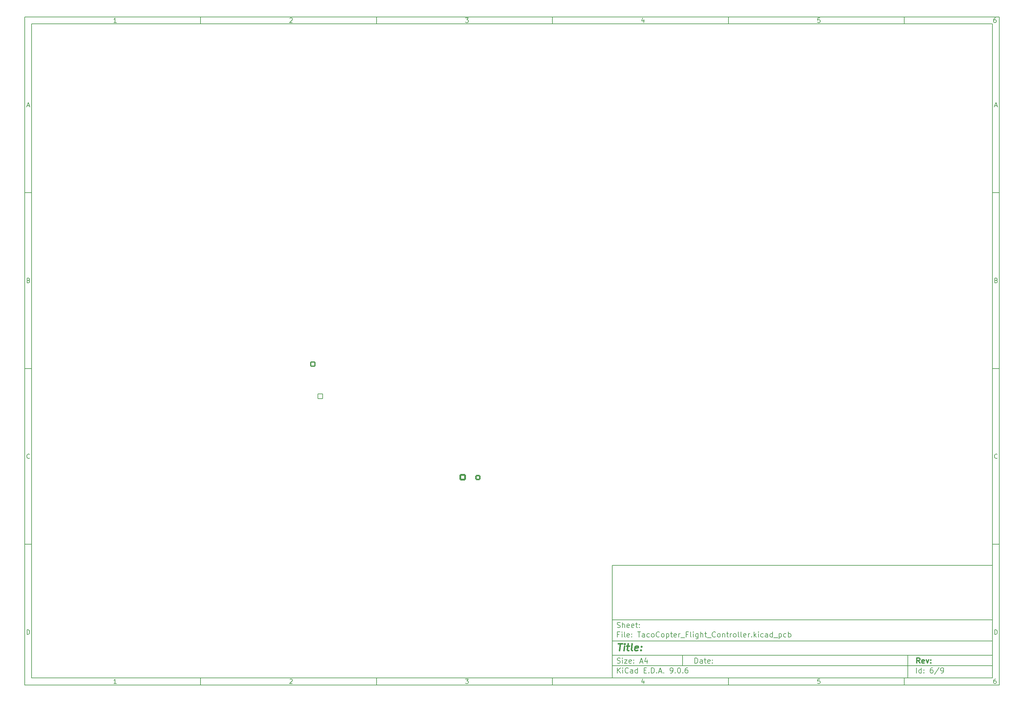
<source format=gbo>
%TF.GenerationSoftware,KiCad,Pcbnew,9.0.6*%
%TF.CreationDate,2025-12-23T20:00:03-05:00*%
%TF.ProjectId,TacoCopter_Flight_Controller,5461636f-436f-4707-9465-725f466c6967,rev?*%
%TF.SameCoordinates,Original*%
%TF.FileFunction,Legend,Bot*%
%TF.FilePolarity,Positive*%
%FSLAX46Y46*%
G04 Gerber Fmt 4.6, Leading zero omitted, Abs format (unit mm)*
G04 Created by KiCad (PCBNEW 9.0.6) date 2025-12-23 20:00:03*
%MOMM*%
%LPD*%
G01*
G04 APERTURE LIST*
G04 Aperture macros list*
%AMRoundRect*
0 Rectangle with rounded corners*
0 $1 Rounding radius*
0 $2 $3 $4 $5 $6 $7 $8 $9 X,Y pos of 4 corners*
0 Add a 4 corners polygon primitive as box body*
4,1,4,$2,$3,$4,$5,$6,$7,$8,$9,$2,$3,0*
0 Add four circle primitives for the rounded corners*
1,1,$1+$1,$2,$3*
1,1,$1+$1,$4,$5*
1,1,$1+$1,$6,$7*
1,1,$1+$1,$8,$9*
0 Add four rect primitives between the rounded corners*
20,1,$1+$1,$2,$3,$4,$5,0*
20,1,$1+$1,$4,$5,$6,$7,0*
20,1,$1+$1,$6,$7,$8,$9,0*
20,1,$1+$1,$8,$9,$2,$3,0*%
%AMFreePoly0*
4,1,37,0.000000,0.796148,0.078414,0.796148,0.232228,0.765552,0.377117,0.705537,0.507515,0.618408,0.618408,0.507515,0.705537,0.377117,0.765552,0.232228,0.796148,0.078414,0.796148,-0.078414,0.765552,-0.232228,0.705537,-0.377117,0.618408,-0.507515,0.507515,-0.618408,0.377117,-0.705537,0.232228,-0.765552,0.078414,-0.796148,0.000000,-0.796148,0.000000,-0.800000,-0.600000,-0.800000,
-0.603843,-0.796157,-0.639018,-0.796157,-0.711114,-0.766294,-0.766294,-0.711114,-0.796157,-0.639018,-0.796157,-0.603843,-0.800000,-0.600000,-0.800000,0.600000,-0.796157,0.603843,-0.796157,0.639018,-0.766294,0.711114,-0.711114,0.766294,-0.639018,0.796157,-0.603843,0.796157,-0.600000,0.800000,0.000000,0.800000,0.000000,0.796148,0.000000,0.796148,$1*%
%AMFreePoly1*
4,1,37,0.603843,0.796157,0.639018,0.796157,0.711114,0.766294,0.766294,0.711114,0.796157,0.639018,0.796157,0.603843,0.800000,0.600000,0.800000,-0.600000,0.796157,-0.603843,0.796157,-0.639018,0.766294,-0.711114,0.711114,-0.766294,0.639018,-0.796157,0.603843,-0.796157,0.600000,-0.800000,0.000000,-0.800000,0.000000,-0.796148,-0.078414,-0.796148,-0.232228,-0.765552,-0.377117,-0.705537,
-0.507515,-0.618408,-0.618408,-0.507515,-0.705537,-0.377117,-0.765552,-0.232228,-0.796148,-0.078414,-0.796148,0.078414,-0.765552,0.232228,-0.705537,0.377117,-0.618408,0.507515,-0.507515,0.618408,-0.377117,0.705537,-0.232228,0.765552,-0.078414,0.796148,0.000000,0.796148,0.000000,0.800000,0.600000,0.800000,0.603843,0.796157,0.603843,0.796157,$1*%
G04 Aperture macros list end*
%ADD10C,0.100000*%
%ADD11C,0.150000*%
%ADD12C,0.300000*%
%ADD13C,0.400000*%
%ADD14R,1.700000X1.700000*%
%ADD15C,1.700000*%
%ADD16C,1.600000*%
%ADD17FreePoly0,90.000000*%
%ADD18FreePoly1,90.000000*%
%ADD19RoundRect,0.200000X0.600000X-0.600000X0.600000X0.600000X-0.600000X0.600000X-0.600000X-0.600000X0*%
%ADD20C,2.200000*%
%ADD21C,1.850000*%
%ADD22RoundRect,0.250000X-0.550000X-0.550000X0.550000X-0.550000X0.550000X0.550000X-0.550000X0.550000X0*%
%ADD23RoundRect,0.102000X-0.685000X0.685000X-0.685000X-0.685000X0.685000X-0.685000X0.685000X0.685000X0*%
%ADD24C,1.574000*%
%ADD25RoundRect,0.250000X-0.650000X0.650000X-0.650000X-0.650000X0.650000X-0.650000X0.650000X0.650000X0*%
%ADD26C,1.800000*%
%ADD27R,1.800000X1.800000*%
G04 APERTURE END LIST*
D10*
D11*
X177002200Y-166007200D02*
X285002200Y-166007200D01*
X285002200Y-198007200D01*
X177002200Y-198007200D01*
X177002200Y-166007200D01*
D10*
D11*
X10000000Y-10000000D02*
X287002200Y-10000000D01*
X287002200Y-200007200D01*
X10000000Y-200007200D01*
X10000000Y-10000000D01*
D10*
D11*
X12000000Y-12000000D02*
X285002200Y-12000000D01*
X285002200Y-198007200D01*
X12000000Y-198007200D01*
X12000000Y-12000000D01*
D10*
D11*
X60000000Y-12000000D02*
X60000000Y-10000000D01*
D10*
D11*
X110000000Y-12000000D02*
X110000000Y-10000000D01*
D10*
D11*
X160000000Y-12000000D02*
X160000000Y-10000000D01*
D10*
D11*
X210000000Y-12000000D02*
X210000000Y-10000000D01*
D10*
D11*
X260000000Y-12000000D02*
X260000000Y-10000000D01*
D10*
D11*
X36089160Y-11593604D02*
X35346303Y-11593604D01*
X35717731Y-11593604D02*
X35717731Y-10293604D01*
X35717731Y-10293604D02*
X35593922Y-10479319D01*
X35593922Y-10479319D02*
X35470112Y-10603128D01*
X35470112Y-10603128D02*
X35346303Y-10665033D01*
D10*
D11*
X85346303Y-10417414D02*
X85408207Y-10355509D01*
X85408207Y-10355509D02*
X85532017Y-10293604D01*
X85532017Y-10293604D02*
X85841541Y-10293604D01*
X85841541Y-10293604D02*
X85965350Y-10355509D01*
X85965350Y-10355509D02*
X86027255Y-10417414D01*
X86027255Y-10417414D02*
X86089160Y-10541223D01*
X86089160Y-10541223D02*
X86089160Y-10665033D01*
X86089160Y-10665033D02*
X86027255Y-10850747D01*
X86027255Y-10850747D02*
X85284398Y-11593604D01*
X85284398Y-11593604D02*
X86089160Y-11593604D01*
D10*
D11*
X135284398Y-10293604D02*
X136089160Y-10293604D01*
X136089160Y-10293604D02*
X135655826Y-10788842D01*
X135655826Y-10788842D02*
X135841541Y-10788842D01*
X135841541Y-10788842D02*
X135965350Y-10850747D01*
X135965350Y-10850747D02*
X136027255Y-10912652D01*
X136027255Y-10912652D02*
X136089160Y-11036461D01*
X136089160Y-11036461D02*
X136089160Y-11345985D01*
X136089160Y-11345985D02*
X136027255Y-11469795D01*
X136027255Y-11469795D02*
X135965350Y-11531700D01*
X135965350Y-11531700D02*
X135841541Y-11593604D01*
X135841541Y-11593604D02*
X135470112Y-11593604D01*
X135470112Y-11593604D02*
X135346303Y-11531700D01*
X135346303Y-11531700D02*
X135284398Y-11469795D01*
D10*
D11*
X185965350Y-10726938D02*
X185965350Y-11593604D01*
X185655826Y-10231700D02*
X185346303Y-11160271D01*
X185346303Y-11160271D02*
X186151064Y-11160271D01*
D10*
D11*
X236027255Y-10293604D02*
X235408207Y-10293604D01*
X235408207Y-10293604D02*
X235346303Y-10912652D01*
X235346303Y-10912652D02*
X235408207Y-10850747D01*
X235408207Y-10850747D02*
X235532017Y-10788842D01*
X235532017Y-10788842D02*
X235841541Y-10788842D01*
X235841541Y-10788842D02*
X235965350Y-10850747D01*
X235965350Y-10850747D02*
X236027255Y-10912652D01*
X236027255Y-10912652D02*
X236089160Y-11036461D01*
X236089160Y-11036461D02*
X236089160Y-11345985D01*
X236089160Y-11345985D02*
X236027255Y-11469795D01*
X236027255Y-11469795D02*
X235965350Y-11531700D01*
X235965350Y-11531700D02*
X235841541Y-11593604D01*
X235841541Y-11593604D02*
X235532017Y-11593604D01*
X235532017Y-11593604D02*
X235408207Y-11531700D01*
X235408207Y-11531700D02*
X235346303Y-11469795D01*
D10*
D11*
X285965350Y-10293604D02*
X285717731Y-10293604D01*
X285717731Y-10293604D02*
X285593922Y-10355509D01*
X285593922Y-10355509D02*
X285532017Y-10417414D01*
X285532017Y-10417414D02*
X285408207Y-10603128D01*
X285408207Y-10603128D02*
X285346303Y-10850747D01*
X285346303Y-10850747D02*
X285346303Y-11345985D01*
X285346303Y-11345985D02*
X285408207Y-11469795D01*
X285408207Y-11469795D02*
X285470112Y-11531700D01*
X285470112Y-11531700D02*
X285593922Y-11593604D01*
X285593922Y-11593604D02*
X285841541Y-11593604D01*
X285841541Y-11593604D02*
X285965350Y-11531700D01*
X285965350Y-11531700D02*
X286027255Y-11469795D01*
X286027255Y-11469795D02*
X286089160Y-11345985D01*
X286089160Y-11345985D02*
X286089160Y-11036461D01*
X286089160Y-11036461D02*
X286027255Y-10912652D01*
X286027255Y-10912652D02*
X285965350Y-10850747D01*
X285965350Y-10850747D02*
X285841541Y-10788842D01*
X285841541Y-10788842D02*
X285593922Y-10788842D01*
X285593922Y-10788842D02*
X285470112Y-10850747D01*
X285470112Y-10850747D02*
X285408207Y-10912652D01*
X285408207Y-10912652D02*
X285346303Y-11036461D01*
D10*
D11*
X60000000Y-198007200D02*
X60000000Y-200007200D01*
D10*
D11*
X110000000Y-198007200D02*
X110000000Y-200007200D01*
D10*
D11*
X160000000Y-198007200D02*
X160000000Y-200007200D01*
D10*
D11*
X210000000Y-198007200D02*
X210000000Y-200007200D01*
D10*
D11*
X260000000Y-198007200D02*
X260000000Y-200007200D01*
D10*
D11*
X36089160Y-199600804D02*
X35346303Y-199600804D01*
X35717731Y-199600804D02*
X35717731Y-198300804D01*
X35717731Y-198300804D02*
X35593922Y-198486519D01*
X35593922Y-198486519D02*
X35470112Y-198610328D01*
X35470112Y-198610328D02*
X35346303Y-198672233D01*
D10*
D11*
X85346303Y-198424614D02*
X85408207Y-198362709D01*
X85408207Y-198362709D02*
X85532017Y-198300804D01*
X85532017Y-198300804D02*
X85841541Y-198300804D01*
X85841541Y-198300804D02*
X85965350Y-198362709D01*
X85965350Y-198362709D02*
X86027255Y-198424614D01*
X86027255Y-198424614D02*
X86089160Y-198548423D01*
X86089160Y-198548423D02*
X86089160Y-198672233D01*
X86089160Y-198672233D02*
X86027255Y-198857947D01*
X86027255Y-198857947D02*
X85284398Y-199600804D01*
X85284398Y-199600804D02*
X86089160Y-199600804D01*
D10*
D11*
X135284398Y-198300804D02*
X136089160Y-198300804D01*
X136089160Y-198300804D02*
X135655826Y-198796042D01*
X135655826Y-198796042D02*
X135841541Y-198796042D01*
X135841541Y-198796042D02*
X135965350Y-198857947D01*
X135965350Y-198857947D02*
X136027255Y-198919852D01*
X136027255Y-198919852D02*
X136089160Y-199043661D01*
X136089160Y-199043661D02*
X136089160Y-199353185D01*
X136089160Y-199353185D02*
X136027255Y-199476995D01*
X136027255Y-199476995D02*
X135965350Y-199538900D01*
X135965350Y-199538900D02*
X135841541Y-199600804D01*
X135841541Y-199600804D02*
X135470112Y-199600804D01*
X135470112Y-199600804D02*
X135346303Y-199538900D01*
X135346303Y-199538900D02*
X135284398Y-199476995D01*
D10*
D11*
X185965350Y-198734138D02*
X185965350Y-199600804D01*
X185655826Y-198238900D02*
X185346303Y-199167471D01*
X185346303Y-199167471D02*
X186151064Y-199167471D01*
D10*
D11*
X236027255Y-198300804D02*
X235408207Y-198300804D01*
X235408207Y-198300804D02*
X235346303Y-198919852D01*
X235346303Y-198919852D02*
X235408207Y-198857947D01*
X235408207Y-198857947D02*
X235532017Y-198796042D01*
X235532017Y-198796042D02*
X235841541Y-198796042D01*
X235841541Y-198796042D02*
X235965350Y-198857947D01*
X235965350Y-198857947D02*
X236027255Y-198919852D01*
X236027255Y-198919852D02*
X236089160Y-199043661D01*
X236089160Y-199043661D02*
X236089160Y-199353185D01*
X236089160Y-199353185D02*
X236027255Y-199476995D01*
X236027255Y-199476995D02*
X235965350Y-199538900D01*
X235965350Y-199538900D02*
X235841541Y-199600804D01*
X235841541Y-199600804D02*
X235532017Y-199600804D01*
X235532017Y-199600804D02*
X235408207Y-199538900D01*
X235408207Y-199538900D02*
X235346303Y-199476995D01*
D10*
D11*
X285965350Y-198300804D02*
X285717731Y-198300804D01*
X285717731Y-198300804D02*
X285593922Y-198362709D01*
X285593922Y-198362709D02*
X285532017Y-198424614D01*
X285532017Y-198424614D02*
X285408207Y-198610328D01*
X285408207Y-198610328D02*
X285346303Y-198857947D01*
X285346303Y-198857947D02*
X285346303Y-199353185D01*
X285346303Y-199353185D02*
X285408207Y-199476995D01*
X285408207Y-199476995D02*
X285470112Y-199538900D01*
X285470112Y-199538900D02*
X285593922Y-199600804D01*
X285593922Y-199600804D02*
X285841541Y-199600804D01*
X285841541Y-199600804D02*
X285965350Y-199538900D01*
X285965350Y-199538900D02*
X286027255Y-199476995D01*
X286027255Y-199476995D02*
X286089160Y-199353185D01*
X286089160Y-199353185D02*
X286089160Y-199043661D01*
X286089160Y-199043661D02*
X286027255Y-198919852D01*
X286027255Y-198919852D02*
X285965350Y-198857947D01*
X285965350Y-198857947D02*
X285841541Y-198796042D01*
X285841541Y-198796042D02*
X285593922Y-198796042D01*
X285593922Y-198796042D02*
X285470112Y-198857947D01*
X285470112Y-198857947D02*
X285408207Y-198919852D01*
X285408207Y-198919852D02*
X285346303Y-199043661D01*
D10*
D11*
X10000000Y-60000000D02*
X12000000Y-60000000D01*
D10*
D11*
X10000000Y-110000000D02*
X12000000Y-110000000D01*
D10*
D11*
X10000000Y-160000000D02*
X12000000Y-160000000D01*
D10*
D11*
X10690476Y-35222176D02*
X11309523Y-35222176D01*
X10566666Y-35593604D02*
X10999999Y-34293604D01*
X10999999Y-34293604D02*
X11433333Y-35593604D01*
D10*
D11*
X11092857Y-84912652D02*
X11278571Y-84974557D01*
X11278571Y-84974557D02*
X11340476Y-85036461D01*
X11340476Y-85036461D02*
X11402380Y-85160271D01*
X11402380Y-85160271D02*
X11402380Y-85345985D01*
X11402380Y-85345985D02*
X11340476Y-85469795D01*
X11340476Y-85469795D02*
X11278571Y-85531700D01*
X11278571Y-85531700D02*
X11154761Y-85593604D01*
X11154761Y-85593604D02*
X10659523Y-85593604D01*
X10659523Y-85593604D02*
X10659523Y-84293604D01*
X10659523Y-84293604D02*
X11092857Y-84293604D01*
X11092857Y-84293604D02*
X11216666Y-84355509D01*
X11216666Y-84355509D02*
X11278571Y-84417414D01*
X11278571Y-84417414D02*
X11340476Y-84541223D01*
X11340476Y-84541223D02*
X11340476Y-84665033D01*
X11340476Y-84665033D02*
X11278571Y-84788842D01*
X11278571Y-84788842D02*
X11216666Y-84850747D01*
X11216666Y-84850747D02*
X11092857Y-84912652D01*
X11092857Y-84912652D02*
X10659523Y-84912652D01*
D10*
D11*
X11402380Y-135469795D02*
X11340476Y-135531700D01*
X11340476Y-135531700D02*
X11154761Y-135593604D01*
X11154761Y-135593604D02*
X11030952Y-135593604D01*
X11030952Y-135593604D02*
X10845238Y-135531700D01*
X10845238Y-135531700D02*
X10721428Y-135407890D01*
X10721428Y-135407890D02*
X10659523Y-135284080D01*
X10659523Y-135284080D02*
X10597619Y-135036461D01*
X10597619Y-135036461D02*
X10597619Y-134850747D01*
X10597619Y-134850747D02*
X10659523Y-134603128D01*
X10659523Y-134603128D02*
X10721428Y-134479319D01*
X10721428Y-134479319D02*
X10845238Y-134355509D01*
X10845238Y-134355509D02*
X11030952Y-134293604D01*
X11030952Y-134293604D02*
X11154761Y-134293604D01*
X11154761Y-134293604D02*
X11340476Y-134355509D01*
X11340476Y-134355509D02*
X11402380Y-134417414D01*
D10*
D11*
X10659523Y-185593604D02*
X10659523Y-184293604D01*
X10659523Y-184293604D02*
X10969047Y-184293604D01*
X10969047Y-184293604D02*
X11154761Y-184355509D01*
X11154761Y-184355509D02*
X11278571Y-184479319D01*
X11278571Y-184479319D02*
X11340476Y-184603128D01*
X11340476Y-184603128D02*
X11402380Y-184850747D01*
X11402380Y-184850747D02*
X11402380Y-185036461D01*
X11402380Y-185036461D02*
X11340476Y-185284080D01*
X11340476Y-185284080D02*
X11278571Y-185407890D01*
X11278571Y-185407890D02*
X11154761Y-185531700D01*
X11154761Y-185531700D02*
X10969047Y-185593604D01*
X10969047Y-185593604D02*
X10659523Y-185593604D01*
D10*
D11*
X287002200Y-60000000D02*
X285002200Y-60000000D01*
D10*
D11*
X287002200Y-110000000D02*
X285002200Y-110000000D01*
D10*
D11*
X287002200Y-160000000D02*
X285002200Y-160000000D01*
D10*
D11*
X285692676Y-35222176D02*
X286311723Y-35222176D01*
X285568866Y-35593604D02*
X286002199Y-34293604D01*
X286002199Y-34293604D02*
X286435533Y-35593604D01*
D10*
D11*
X286095057Y-84912652D02*
X286280771Y-84974557D01*
X286280771Y-84974557D02*
X286342676Y-85036461D01*
X286342676Y-85036461D02*
X286404580Y-85160271D01*
X286404580Y-85160271D02*
X286404580Y-85345985D01*
X286404580Y-85345985D02*
X286342676Y-85469795D01*
X286342676Y-85469795D02*
X286280771Y-85531700D01*
X286280771Y-85531700D02*
X286156961Y-85593604D01*
X286156961Y-85593604D02*
X285661723Y-85593604D01*
X285661723Y-85593604D02*
X285661723Y-84293604D01*
X285661723Y-84293604D02*
X286095057Y-84293604D01*
X286095057Y-84293604D02*
X286218866Y-84355509D01*
X286218866Y-84355509D02*
X286280771Y-84417414D01*
X286280771Y-84417414D02*
X286342676Y-84541223D01*
X286342676Y-84541223D02*
X286342676Y-84665033D01*
X286342676Y-84665033D02*
X286280771Y-84788842D01*
X286280771Y-84788842D02*
X286218866Y-84850747D01*
X286218866Y-84850747D02*
X286095057Y-84912652D01*
X286095057Y-84912652D02*
X285661723Y-84912652D01*
D10*
D11*
X286404580Y-135469795D02*
X286342676Y-135531700D01*
X286342676Y-135531700D02*
X286156961Y-135593604D01*
X286156961Y-135593604D02*
X286033152Y-135593604D01*
X286033152Y-135593604D02*
X285847438Y-135531700D01*
X285847438Y-135531700D02*
X285723628Y-135407890D01*
X285723628Y-135407890D02*
X285661723Y-135284080D01*
X285661723Y-135284080D02*
X285599819Y-135036461D01*
X285599819Y-135036461D02*
X285599819Y-134850747D01*
X285599819Y-134850747D02*
X285661723Y-134603128D01*
X285661723Y-134603128D02*
X285723628Y-134479319D01*
X285723628Y-134479319D02*
X285847438Y-134355509D01*
X285847438Y-134355509D02*
X286033152Y-134293604D01*
X286033152Y-134293604D02*
X286156961Y-134293604D01*
X286156961Y-134293604D02*
X286342676Y-134355509D01*
X286342676Y-134355509D02*
X286404580Y-134417414D01*
D10*
D11*
X285661723Y-185593604D02*
X285661723Y-184293604D01*
X285661723Y-184293604D02*
X285971247Y-184293604D01*
X285971247Y-184293604D02*
X286156961Y-184355509D01*
X286156961Y-184355509D02*
X286280771Y-184479319D01*
X286280771Y-184479319D02*
X286342676Y-184603128D01*
X286342676Y-184603128D02*
X286404580Y-184850747D01*
X286404580Y-184850747D02*
X286404580Y-185036461D01*
X286404580Y-185036461D02*
X286342676Y-185284080D01*
X286342676Y-185284080D02*
X286280771Y-185407890D01*
X286280771Y-185407890D02*
X286156961Y-185531700D01*
X286156961Y-185531700D02*
X285971247Y-185593604D01*
X285971247Y-185593604D02*
X285661723Y-185593604D01*
D10*
D11*
X200458026Y-193793328D02*
X200458026Y-192293328D01*
X200458026Y-192293328D02*
X200815169Y-192293328D01*
X200815169Y-192293328D02*
X201029455Y-192364757D01*
X201029455Y-192364757D02*
X201172312Y-192507614D01*
X201172312Y-192507614D02*
X201243741Y-192650471D01*
X201243741Y-192650471D02*
X201315169Y-192936185D01*
X201315169Y-192936185D02*
X201315169Y-193150471D01*
X201315169Y-193150471D02*
X201243741Y-193436185D01*
X201243741Y-193436185D02*
X201172312Y-193579042D01*
X201172312Y-193579042D02*
X201029455Y-193721900D01*
X201029455Y-193721900D02*
X200815169Y-193793328D01*
X200815169Y-193793328D02*
X200458026Y-193793328D01*
X202600884Y-193793328D02*
X202600884Y-193007614D01*
X202600884Y-193007614D02*
X202529455Y-192864757D01*
X202529455Y-192864757D02*
X202386598Y-192793328D01*
X202386598Y-192793328D02*
X202100884Y-192793328D01*
X202100884Y-192793328D02*
X201958026Y-192864757D01*
X202600884Y-193721900D02*
X202458026Y-193793328D01*
X202458026Y-193793328D02*
X202100884Y-193793328D01*
X202100884Y-193793328D02*
X201958026Y-193721900D01*
X201958026Y-193721900D02*
X201886598Y-193579042D01*
X201886598Y-193579042D02*
X201886598Y-193436185D01*
X201886598Y-193436185D02*
X201958026Y-193293328D01*
X201958026Y-193293328D02*
X202100884Y-193221900D01*
X202100884Y-193221900D02*
X202458026Y-193221900D01*
X202458026Y-193221900D02*
X202600884Y-193150471D01*
X203100884Y-192793328D02*
X203672312Y-192793328D01*
X203315169Y-192293328D02*
X203315169Y-193579042D01*
X203315169Y-193579042D02*
X203386598Y-193721900D01*
X203386598Y-193721900D02*
X203529455Y-193793328D01*
X203529455Y-193793328D02*
X203672312Y-193793328D01*
X204743741Y-193721900D02*
X204600884Y-193793328D01*
X204600884Y-193793328D02*
X204315170Y-193793328D01*
X204315170Y-193793328D02*
X204172312Y-193721900D01*
X204172312Y-193721900D02*
X204100884Y-193579042D01*
X204100884Y-193579042D02*
X204100884Y-193007614D01*
X204100884Y-193007614D02*
X204172312Y-192864757D01*
X204172312Y-192864757D02*
X204315170Y-192793328D01*
X204315170Y-192793328D02*
X204600884Y-192793328D01*
X204600884Y-192793328D02*
X204743741Y-192864757D01*
X204743741Y-192864757D02*
X204815170Y-193007614D01*
X204815170Y-193007614D02*
X204815170Y-193150471D01*
X204815170Y-193150471D02*
X204100884Y-193293328D01*
X205458026Y-193650471D02*
X205529455Y-193721900D01*
X205529455Y-193721900D02*
X205458026Y-193793328D01*
X205458026Y-193793328D02*
X205386598Y-193721900D01*
X205386598Y-193721900D02*
X205458026Y-193650471D01*
X205458026Y-193650471D02*
X205458026Y-193793328D01*
X205458026Y-192864757D02*
X205529455Y-192936185D01*
X205529455Y-192936185D02*
X205458026Y-193007614D01*
X205458026Y-193007614D02*
X205386598Y-192936185D01*
X205386598Y-192936185D02*
X205458026Y-192864757D01*
X205458026Y-192864757D02*
X205458026Y-193007614D01*
D10*
D11*
X177002200Y-194507200D02*
X285002200Y-194507200D01*
D10*
D11*
X178458026Y-196593328D02*
X178458026Y-195093328D01*
X179315169Y-196593328D02*
X178672312Y-195736185D01*
X179315169Y-195093328D02*
X178458026Y-195950471D01*
X179958026Y-196593328D02*
X179958026Y-195593328D01*
X179958026Y-195093328D02*
X179886598Y-195164757D01*
X179886598Y-195164757D02*
X179958026Y-195236185D01*
X179958026Y-195236185D02*
X180029455Y-195164757D01*
X180029455Y-195164757D02*
X179958026Y-195093328D01*
X179958026Y-195093328D02*
X179958026Y-195236185D01*
X181529455Y-196450471D02*
X181458027Y-196521900D01*
X181458027Y-196521900D02*
X181243741Y-196593328D01*
X181243741Y-196593328D02*
X181100884Y-196593328D01*
X181100884Y-196593328D02*
X180886598Y-196521900D01*
X180886598Y-196521900D02*
X180743741Y-196379042D01*
X180743741Y-196379042D02*
X180672312Y-196236185D01*
X180672312Y-196236185D02*
X180600884Y-195950471D01*
X180600884Y-195950471D02*
X180600884Y-195736185D01*
X180600884Y-195736185D02*
X180672312Y-195450471D01*
X180672312Y-195450471D02*
X180743741Y-195307614D01*
X180743741Y-195307614D02*
X180886598Y-195164757D01*
X180886598Y-195164757D02*
X181100884Y-195093328D01*
X181100884Y-195093328D02*
X181243741Y-195093328D01*
X181243741Y-195093328D02*
X181458027Y-195164757D01*
X181458027Y-195164757D02*
X181529455Y-195236185D01*
X182815170Y-196593328D02*
X182815170Y-195807614D01*
X182815170Y-195807614D02*
X182743741Y-195664757D01*
X182743741Y-195664757D02*
X182600884Y-195593328D01*
X182600884Y-195593328D02*
X182315170Y-195593328D01*
X182315170Y-195593328D02*
X182172312Y-195664757D01*
X182815170Y-196521900D02*
X182672312Y-196593328D01*
X182672312Y-196593328D02*
X182315170Y-196593328D01*
X182315170Y-196593328D02*
X182172312Y-196521900D01*
X182172312Y-196521900D02*
X182100884Y-196379042D01*
X182100884Y-196379042D02*
X182100884Y-196236185D01*
X182100884Y-196236185D02*
X182172312Y-196093328D01*
X182172312Y-196093328D02*
X182315170Y-196021900D01*
X182315170Y-196021900D02*
X182672312Y-196021900D01*
X182672312Y-196021900D02*
X182815170Y-195950471D01*
X184172313Y-196593328D02*
X184172313Y-195093328D01*
X184172313Y-196521900D02*
X184029455Y-196593328D01*
X184029455Y-196593328D02*
X183743741Y-196593328D01*
X183743741Y-196593328D02*
X183600884Y-196521900D01*
X183600884Y-196521900D02*
X183529455Y-196450471D01*
X183529455Y-196450471D02*
X183458027Y-196307614D01*
X183458027Y-196307614D02*
X183458027Y-195879042D01*
X183458027Y-195879042D02*
X183529455Y-195736185D01*
X183529455Y-195736185D02*
X183600884Y-195664757D01*
X183600884Y-195664757D02*
X183743741Y-195593328D01*
X183743741Y-195593328D02*
X184029455Y-195593328D01*
X184029455Y-195593328D02*
X184172313Y-195664757D01*
X186029455Y-195807614D02*
X186529455Y-195807614D01*
X186743741Y-196593328D02*
X186029455Y-196593328D01*
X186029455Y-196593328D02*
X186029455Y-195093328D01*
X186029455Y-195093328D02*
X186743741Y-195093328D01*
X187386598Y-196450471D02*
X187458027Y-196521900D01*
X187458027Y-196521900D02*
X187386598Y-196593328D01*
X187386598Y-196593328D02*
X187315170Y-196521900D01*
X187315170Y-196521900D02*
X187386598Y-196450471D01*
X187386598Y-196450471D02*
X187386598Y-196593328D01*
X188100884Y-196593328D02*
X188100884Y-195093328D01*
X188100884Y-195093328D02*
X188458027Y-195093328D01*
X188458027Y-195093328D02*
X188672313Y-195164757D01*
X188672313Y-195164757D02*
X188815170Y-195307614D01*
X188815170Y-195307614D02*
X188886599Y-195450471D01*
X188886599Y-195450471D02*
X188958027Y-195736185D01*
X188958027Y-195736185D02*
X188958027Y-195950471D01*
X188958027Y-195950471D02*
X188886599Y-196236185D01*
X188886599Y-196236185D02*
X188815170Y-196379042D01*
X188815170Y-196379042D02*
X188672313Y-196521900D01*
X188672313Y-196521900D02*
X188458027Y-196593328D01*
X188458027Y-196593328D02*
X188100884Y-196593328D01*
X189600884Y-196450471D02*
X189672313Y-196521900D01*
X189672313Y-196521900D02*
X189600884Y-196593328D01*
X189600884Y-196593328D02*
X189529456Y-196521900D01*
X189529456Y-196521900D02*
X189600884Y-196450471D01*
X189600884Y-196450471D02*
X189600884Y-196593328D01*
X190243742Y-196164757D02*
X190958028Y-196164757D01*
X190100885Y-196593328D02*
X190600885Y-195093328D01*
X190600885Y-195093328D02*
X191100885Y-196593328D01*
X191600884Y-196450471D02*
X191672313Y-196521900D01*
X191672313Y-196521900D02*
X191600884Y-196593328D01*
X191600884Y-196593328D02*
X191529456Y-196521900D01*
X191529456Y-196521900D02*
X191600884Y-196450471D01*
X191600884Y-196450471D02*
X191600884Y-196593328D01*
X193529456Y-196593328D02*
X193815170Y-196593328D01*
X193815170Y-196593328D02*
X193958027Y-196521900D01*
X193958027Y-196521900D02*
X194029456Y-196450471D01*
X194029456Y-196450471D02*
X194172313Y-196236185D01*
X194172313Y-196236185D02*
X194243742Y-195950471D01*
X194243742Y-195950471D02*
X194243742Y-195379042D01*
X194243742Y-195379042D02*
X194172313Y-195236185D01*
X194172313Y-195236185D02*
X194100885Y-195164757D01*
X194100885Y-195164757D02*
X193958027Y-195093328D01*
X193958027Y-195093328D02*
X193672313Y-195093328D01*
X193672313Y-195093328D02*
X193529456Y-195164757D01*
X193529456Y-195164757D02*
X193458027Y-195236185D01*
X193458027Y-195236185D02*
X193386599Y-195379042D01*
X193386599Y-195379042D02*
X193386599Y-195736185D01*
X193386599Y-195736185D02*
X193458027Y-195879042D01*
X193458027Y-195879042D02*
X193529456Y-195950471D01*
X193529456Y-195950471D02*
X193672313Y-196021900D01*
X193672313Y-196021900D02*
X193958027Y-196021900D01*
X193958027Y-196021900D02*
X194100885Y-195950471D01*
X194100885Y-195950471D02*
X194172313Y-195879042D01*
X194172313Y-195879042D02*
X194243742Y-195736185D01*
X194886598Y-196450471D02*
X194958027Y-196521900D01*
X194958027Y-196521900D02*
X194886598Y-196593328D01*
X194886598Y-196593328D02*
X194815170Y-196521900D01*
X194815170Y-196521900D02*
X194886598Y-196450471D01*
X194886598Y-196450471D02*
X194886598Y-196593328D01*
X195886599Y-195093328D02*
X196029456Y-195093328D01*
X196029456Y-195093328D02*
X196172313Y-195164757D01*
X196172313Y-195164757D02*
X196243742Y-195236185D01*
X196243742Y-195236185D02*
X196315170Y-195379042D01*
X196315170Y-195379042D02*
X196386599Y-195664757D01*
X196386599Y-195664757D02*
X196386599Y-196021900D01*
X196386599Y-196021900D02*
X196315170Y-196307614D01*
X196315170Y-196307614D02*
X196243742Y-196450471D01*
X196243742Y-196450471D02*
X196172313Y-196521900D01*
X196172313Y-196521900D02*
X196029456Y-196593328D01*
X196029456Y-196593328D02*
X195886599Y-196593328D01*
X195886599Y-196593328D02*
X195743742Y-196521900D01*
X195743742Y-196521900D02*
X195672313Y-196450471D01*
X195672313Y-196450471D02*
X195600884Y-196307614D01*
X195600884Y-196307614D02*
X195529456Y-196021900D01*
X195529456Y-196021900D02*
X195529456Y-195664757D01*
X195529456Y-195664757D02*
X195600884Y-195379042D01*
X195600884Y-195379042D02*
X195672313Y-195236185D01*
X195672313Y-195236185D02*
X195743742Y-195164757D01*
X195743742Y-195164757D02*
X195886599Y-195093328D01*
X197029455Y-196450471D02*
X197100884Y-196521900D01*
X197100884Y-196521900D02*
X197029455Y-196593328D01*
X197029455Y-196593328D02*
X196958027Y-196521900D01*
X196958027Y-196521900D02*
X197029455Y-196450471D01*
X197029455Y-196450471D02*
X197029455Y-196593328D01*
X198386599Y-195093328D02*
X198100884Y-195093328D01*
X198100884Y-195093328D02*
X197958027Y-195164757D01*
X197958027Y-195164757D02*
X197886599Y-195236185D01*
X197886599Y-195236185D02*
X197743741Y-195450471D01*
X197743741Y-195450471D02*
X197672313Y-195736185D01*
X197672313Y-195736185D02*
X197672313Y-196307614D01*
X197672313Y-196307614D02*
X197743741Y-196450471D01*
X197743741Y-196450471D02*
X197815170Y-196521900D01*
X197815170Y-196521900D02*
X197958027Y-196593328D01*
X197958027Y-196593328D02*
X198243741Y-196593328D01*
X198243741Y-196593328D02*
X198386599Y-196521900D01*
X198386599Y-196521900D02*
X198458027Y-196450471D01*
X198458027Y-196450471D02*
X198529456Y-196307614D01*
X198529456Y-196307614D02*
X198529456Y-195950471D01*
X198529456Y-195950471D02*
X198458027Y-195807614D01*
X198458027Y-195807614D02*
X198386599Y-195736185D01*
X198386599Y-195736185D02*
X198243741Y-195664757D01*
X198243741Y-195664757D02*
X197958027Y-195664757D01*
X197958027Y-195664757D02*
X197815170Y-195736185D01*
X197815170Y-195736185D02*
X197743741Y-195807614D01*
X197743741Y-195807614D02*
X197672313Y-195950471D01*
D10*
D11*
X177002200Y-191507200D02*
X285002200Y-191507200D01*
D10*
D12*
X264413853Y-193785528D02*
X263913853Y-193071242D01*
X263556710Y-193785528D02*
X263556710Y-192285528D01*
X263556710Y-192285528D02*
X264128139Y-192285528D01*
X264128139Y-192285528D02*
X264270996Y-192356957D01*
X264270996Y-192356957D02*
X264342425Y-192428385D01*
X264342425Y-192428385D02*
X264413853Y-192571242D01*
X264413853Y-192571242D02*
X264413853Y-192785528D01*
X264413853Y-192785528D02*
X264342425Y-192928385D01*
X264342425Y-192928385D02*
X264270996Y-192999814D01*
X264270996Y-192999814D02*
X264128139Y-193071242D01*
X264128139Y-193071242D02*
X263556710Y-193071242D01*
X265628139Y-193714100D02*
X265485282Y-193785528D01*
X265485282Y-193785528D02*
X265199568Y-193785528D01*
X265199568Y-193785528D02*
X265056710Y-193714100D01*
X265056710Y-193714100D02*
X264985282Y-193571242D01*
X264985282Y-193571242D02*
X264985282Y-192999814D01*
X264985282Y-192999814D02*
X265056710Y-192856957D01*
X265056710Y-192856957D02*
X265199568Y-192785528D01*
X265199568Y-192785528D02*
X265485282Y-192785528D01*
X265485282Y-192785528D02*
X265628139Y-192856957D01*
X265628139Y-192856957D02*
X265699568Y-192999814D01*
X265699568Y-192999814D02*
X265699568Y-193142671D01*
X265699568Y-193142671D02*
X264985282Y-193285528D01*
X266199567Y-192785528D02*
X266556710Y-193785528D01*
X266556710Y-193785528D02*
X266913853Y-192785528D01*
X267485281Y-193642671D02*
X267556710Y-193714100D01*
X267556710Y-193714100D02*
X267485281Y-193785528D01*
X267485281Y-193785528D02*
X267413853Y-193714100D01*
X267413853Y-193714100D02*
X267485281Y-193642671D01*
X267485281Y-193642671D02*
X267485281Y-193785528D01*
X267485281Y-192856957D02*
X267556710Y-192928385D01*
X267556710Y-192928385D02*
X267485281Y-192999814D01*
X267485281Y-192999814D02*
X267413853Y-192928385D01*
X267413853Y-192928385D02*
X267485281Y-192856957D01*
X267485281Y-192856957D02*
X267485281Y-192999814D01*
D10*
D11*
X178386598Y-193721900D02*
X178600884Y-193793328D01*
X178600884Y-193793328D02*
X178958026Y-193793328D01*
X178958026Y-193793328D02*
X179100884Y-193721900D01*
X179100884Y-193721900D02*
X179172312Y-193650471D01*
X179172312Y-193650471D02*
X179243741Y-193507614D01*
X179243741Y-193507614D02*
X179243741Y-193364757D01*
X179243741Y-193364757D02*
X179172312Y-193221900D01*
X179172312Y-193221900D02*
X179100884Y-193150471D01*
X179100884Y-193150471D02*
X178958026Y-193079042D01*
X178958026Y-193079042D02*
X178672312Y-193007614D01*
X178672312Y-193007614D02*
X178529455Y-192936185D01*
X178529455Y-192936185D02*
X178458026Y-192864757D01*
X178458026Y-192864757D02*
X178386598Y-192721900D01*
X178386598Y-192721900D02*
X178386598Y-192579042D01*
X178386598Y-192579042D02*
X178458026Y-192436185D01*
X178458026Y-192436185D02*
X178529455Y-192364757D01*
X178529455Y-192364757D02*
X178672312Y-192293328D01*
X178672312Y-192293328D02*
X179029455Y-192293328D01*
X179029455Y-192293328D02*
X179243741Y-192364757D01*
X179886597Y-193793328D02*
X179886597Y-192793328D01*
X179886597Y-192293328D02*
X179815169Y-192364757D01*
X179815169Y-192364757D02*
X179886597Y-192436185D01*
X179886597Y-192436185D02*
X179958026Y-192364757D01*
X179958026Y-192364757D02*
X179886597Y-192293328D01*
X179886597Y-192293328D02*
X179886597Y-192436185D01*
X180458026Y-192793328D02*
X181243741Y-192793328D01*
X181243741Y-192793328D02*
X180458026Y-193793328D01*
X180458026Y-193793328D02*
X181243741Y-193793328D01*
X182386598Y-193721900D02*
X182243741Y-193793328D01*
X182243741Y-193793328D02*
X181958027Y-193793328D01*
X181958027Y-193793328D02*
X181815169Y-193721900D01*
X181815169Y-193721900D02*
X181743741Y-193579042D01*
X181743741Y-193579042D02*
X181743741Y-193007614D01*
X181743741Y-193007614D02*
X181815169Y-192864757D01*
X181815169Y-192864757D02*
X181958027Y-192793328D01*
X181958027Y-192793328D02*
X182243741Y-192793328D01*
X182243741Y-192793328D02*
X182386598Y-192864757D01*
X182386598Y-192864757D02*
X182458027Y-193007614D01*
X182458027Y-193007614D02*
X182458027Y-193150471D01*
X182458027Y-193150471D02*
X181743741Y-193293328D01*
X183100883Y-193650471D02*
X183172312Y-193721900D01*
X183172312Y-193721900D02*
X183100883Y-193793328D01*
X183100883Y-193793328D02*
X183029455Y-193721900D01*
X183029455Y-193721900D02*
X183100883Y-193650471D01*
X183100883Y-193650471D02*
X183100883Y-193793328D01*
X183100883Y-192864757D02*
X183172312Y-192936185D01*
X183172312Y-192936185D02*
X183100883Y-193007614D01*
X183100883Y-193007614D02*
X183029455Y-192936185D01*
X183029455Y-192936185D02*
X183100883Y-192864757D01*
X183100883Y-192864757D02*
X183100883Y-193007614D01*
X184886598Y-193364757D02*
X185600884Y-193364757D01*
X184743741Y-193793328D02*
X185243741Y-192293328D01*
X185243741Y-192293328D02*
X185743741Y-193793328D01*
X186886598Y-192793328D02*
X186886598Y-193793328D01*
X186529455Y-192221900D02*
X186172312Y-193293328D01*
X186172312Y-193293328D02*
X187100883Y-193293328D01*
D10*
D11*
X263458026Y-196593328D02*
X263458026Y-195093328D01*
X264815170Y-196593328D02*
X264815170Y-195093328D01*
X264815170Y-196521900D02*
X264672312Y-196593328D01*
X264672312Y-196593328D02*
X264386598Y-196593328D01*
X264386598Y-196593328D02*
X264243741Y-196521900D01*
X264243741Y-196521900D02*
X264172312Y-196450471D01*
X264172312Y-196450471D02*
X264100884Y-196307614D01*
X264100884Y-196307614D02*
X264100884Y-195879042D01*
X264100884Y-195879042D02*
X264172312Y-195736185D01*
X264172312Y-195736185D02*
X264243741Y-195664757D01*
X264243741Y-195664757D02*
X264386598Y-195593328D01*
X264386598Y-195593328D02*
X264672312Y-195593328D01*
X264672312Y-195593328D02*
X264815170Y-195664757D01*
X265529455Y-196450471D02*
X265600884Y-196521900D01*
X265600884Y-196521900D02*
X265529455Y-196593328D01*
X265529455Y-196593328D02*
X265458027Y-196521900D01*
X265458027Y-196521900D02*
X265529455Y-196450471D01*
X265529455Y-196450471D02*
X265529455Y-196593328D01*
X265529455Y-195664757D02*
X265600884Y-195736185D01*
X265600884Y-195736185D02*
X265529455Y-195807614D01*
X265529455Y-195807614D02*
X265458027Y-195736185D01*
X265458027Y-195736185D02*
X265529455Y-195664757D01*
X265529455Y-195664757D02*
X265529455Y-195807614D01*
X268029456Y-195093328D02*
X267743741Y-195093328D01*
X267743741Y-195093328D02*
X267600884Y-195164757D01*
X267600884Y-195164757D02*
X267529456Y-195236185D01*
X267529456Y-195236185D02*
X267386598Y-195450471D01*
X267386598Y-195450471D02*
X267315170Y-195736185D01*
X267315170Y-195736185D02*
X267315170Y-196307614D01*
X267315170Y-196307614D02*
X267386598Y-196450471D01*
X267386598Y-196450471D02*
X267458027Y-196521900D01*
X267458027Y-196521900D02*
X267600884Y-196593328D01*
X267600884Y-196593328D02*
X267886598Y-196593328D01*
X267886598Y-196593328D02*
X268029456Y-196521900D01*
X268029456Y-196521900D02*
X268100884Y-196450471D01*
X268100884Y-196450471D02*
X268172313Y-196307614D01*
X268172313Y-196307614D02*
X268172313Y-195950471D01*
X268172313Y-195950471D02*
X268100884Y-195807614D01*
X268100884Y-195807614D02*
X268029456Y-195736185D01*
X268029456Y-195736185D02*
X267886598Y-195664757D01*
X267886598Y-195664757D02*
X267600884Y-195664757D01*
X267600884Y-195664757D02*
X267458027Y-195736185D01*
X267458027Y-195736185D02*
X267386598Y-195807614D01*
X267386598Y-195807614D02*
X267315170Y-195950471D01*
X269886598Y-195021900D02*
X268600884Y-196950471D01*
X270458027Y-196593328D02*
X270743741Y-196593328D01*
X270743741Y-196593328D02*
X270886598Y-196521900D01*
X270886598Y-196521900D02*
X270958027Y-196450471D01*
X270958027Y-196450471D02*
X271100884Y-196236185D01*
X271100884Y-196236185D02*
X271172313Y-195950471D01*
X271172313Y-195950471D02*
X271172313Y-195379042D01*
X271172313Y-195379042D02*
X271100884Y-195236185D01*
X271100884Y-195236185D02*
X271029456Y-195164757D01*
X271029456Y-195164757D02*
X270886598Y-195093328D01*
X270886598Y-195093328D02*
X270600884Y-195093328D01*
X270600884Y-195093328D02*
X270458027Y-195164757D01*
X270458027Y-195164757D02*
X270386598Y-195236185D01*
X270386598Y-195236185D02*
X270315170Y-195379042D01*
X270315170Y-195379042D02*
X270315170Y-195736185D01*
X270315170Y-195736185D02*
X270386598Y-195879042D01*
X270386598Y-195879042D02*
X270458027Y-195950471D01*
X270458027Y-195950471D02*
X270600884Y-196021900D01*
X270600884Y-196021900D02*
X270886598Y-196021900D01*
X270886598Y-196021900D02*
X271029456Y-195950471D01*
X271029456Y-195950471D02*
X271100884Y-195879042D01*
X271100884Y-195879042D02*
X271172313Y-195736185D01*
D10*
D11*
X177002200Y-187507200D02*
X285002200Y-187507200D01*
D10*
D13*
X178693928Y-188211638D02*
X179836785Y-188211638D01*
X179015357Y-190211638D02*
X179265357Y-188211638D01*
X180253452Y-190211638D02*
X180420119Y-188878304D01*
X180503452Y-188211638D02*
X180396309Y-188306876D01*
X180396309Y-188306876D02*
X180479643Y-188402114D01*
X180479643Y-188402114D02*
X180586786Y-188306876D01*
X180586786Y-188306876D02*
X180503452Y-188211638D01*
X180503452Y-188211638D02*
X180479643Y-188402114D01*
X181086786Y-188878304D02*
X181848690Y-188878304D01*
X181455833Y-188211638D02*
X181241548Y-189925923D01*
X181241548Y-189925923D02*
X181312976Y-190116400D01*
X181312976Y-190116400D02*
X181491548Y-190211638D01*
X181491548Y-190211638D02*
X181682024Y-190211638D01*
X182634405Y-190211638D02*
X182455833Y-190116400D01*
X182455833Y-190116400D02*
X182384405Y-189925923D01*
X182384405Y-189925923D02*
X182598690Y-188211638D01*
X184170119Y-190116400D02*
X183967738Y-190211638D01*
X183967738Y-190211638D02*
X183586785Y-190211638D01*
X183586785Y-190211638D02*
X183408214Y-190116400D01*
X183408214Y-190116400D02*
X183336785Y-189925923D01*
X183336785Y-189925923D02*
X183432024Y-189164019D01*
X183432024Y-189164019D02*
X183551071Y-188973542D01*
X183551071Y-188973542D02*
X183753452Y-188878304D01*
X183753452Y-188878304D02*
X184134404Y-188878304D01*
X184134404Y-188878304D02*
X184312976Y-188973542D01*
X184312976Y-188973542D02*
X184384404Y-189164019D01*
X184384404Y-189164019D02*
X184360595Y-189354495D01*
X184360595Y-189354495D02*
X183384404Y-189544971D01*
X185134405Y-190021161D02*
X185217738Y-190116400D01*
X185217738Y-190116400D02*
X185110595Y-190211638D01*
X185110595Y-190211638D02*
X185027262Y-190116400D01*
X185027262Y-190116400D02*
X185134405Y-190021161D01*
X185134405Y-190021161D02*
X185110595Y-190211638D01*
X185265357Y-188973542D02*
X185348690Y-189068780D01*
X185348690Y-189068780D02*
X185241548Y-189164019D01*
X185241548Y-189164019D02*
X185158214Y-189068780D01*
X185158214Y-189068780D02*
X185265357Y-188973542D01*
X185265357Y-188973542D02*
X185241548Y-189164019D01*
D10*
D11*
X178958026Y-185607614D02*
X178458026Y-185607614D01*
X178458026Y-186393328D02*
X178458026Y-184893328D01*
X178458026Y-184893328D02*
X179172312Y-184893328D01*
X179743740Y-186393328D02*
X179743740Y-185393328D01*
X179743740Y-184893328D02*
X179672312Y-184964757D01*
X179672312Y-184964757D02*
X179743740Y-185036185D01*
X179743740Y-185036185D02*
X179815169Y-184964757D01*
X179815169Y-184964757D02*
X179743740Y-184893328D01*
X179743740Y-184893328D02*
X179743740Y-185036185D01*
X180672312Y-186393328D02*
X180529455Y-186321900D01*
X180529455Y-186321900D02*
X180458026Y-186179042D01*
X180458026Y-186179042D02*
X180458026Y-184893328D01*
X181815169Y-186321900D02*
X181672312Y-186393328D01*
X181672312Y-186393328D02*
X181386598Y-186393328D01*
X181386598Y-186393328D02*
X181243740Y-186321900D01*
X181243740Y-186321900D02*
X181172312Y-186179042D01*
X181172312Y-186179042D02*
X181172312Y-185607614D01*
X181172312Y-185607614D02*
X181243740Y-185464757D01*
X181243740Y-185464757D02*
X181386598Y-185393328D01*
X181386598Y-185393328D02*
X181672312Y-185393328D01*
X181672312Y-185393328D02*
X181815169Y-185464757D01*
X181815169Y-185464757D02*
X181886598Y-185607614D01*
X181886598Y-185607614D02*
X181886598Y-185750471D01*
X181886598Y-185750471D02*
X181172312Y-185893328D01*
X182529454Y-186250471D02*
X182600883Y-186321900D01*
X182600883Y-186321900D02*
X182529454Y-186393328D01*
X182529454Y-186393328D02*
X182458026Y-186321900D01*
X182458026Y-186321900D02*
X182529454Y-186250471D01*
X182529454Y-186250471D02*
X182529454Y-186393328D01*
X182529454Y-185464757D02*
X182600883Y-185536185D01*
X182600883Y-185536185D02*
X182529454Y-185607614D01*
X182529454Y-185607614D02*
X182458026Y-185536185D01*
X182458026Y-185536185D02*
X182529454Y-185464757D01*
X182529454Y-185464757D02*
X182529454Y-185607614D01*
X184172312Y-184893328D02*
X185029455Y-184893328D01*
X184600883Y-186393328D02*
X184600883Y-184893328D01*
X186172312Y-186393328D02*
X186172312Y-185607614D01*
X186172312Y-185607614D02*
X186100883Y-185464757D01*
X186100883Y-185464757D02*
X185958026Y-185393328D01*
X185958026Y-185393328D02*
X185672312Y-185393328D01*
X185672312Y-185393328D02*
X185529454Y-185464757D01*
X186172312Y-186321900D02*
X186029454Y-186393328D01*
X186029454Y-186393328D02*
X185672312Y-186393328D01*
X185672312Y-186393328D02*
X185529454Y-186321900D01*
X185529454Y-186321900D02*
X185458026Y-186179042D01*
X185458026Y-186179042D02*
X185458026Y-186036185D01*
X185458026Y-186036185D02*
X185529454Y-185893328D01*
X185529454Y-185893328D02*
X185672312Y-185821900D01*
X185672312Y-185821900D02*
X186029454Y-185821900D01*
X186029454Y-185821900D02*
X186172312Y-185750471D01*
X187529455Y-186321900D02*
X187386597Y-186393328D01*
X187386597Y-186393328D02*
X187100883Y-186393328D01*
X187100883Y-186393328D02*
X186958026Y-186321900D01*
X186958026Y-186321900D02*
X186886597Y-186250471D01*
X186886597Y-186250471D02*
X186815169Y-186107614D01*
X186815169Y-186107614D02*
X186815169Y-185679042D01*
X186815169Y-185679042D02*
X186886597Y-185536185D01*
X186886597Y-185536185D02*
X186958026Y-185464757D01*
X186958026Y-185464757D02*
X187100883Y-185393328D01*
X187100883Y-185393328D02*
X187386597Y-185393328D01*
X187386597Y-185393328D02*
X187529455Y-185464757D01*
X188386597Y-186393328D02*
X188243740Y-186321900D01*
X188243740Y-186321900D02*
X188172311Y-186250471D01*
X188172311Y-186250471D02*
X188100883Y-186107614D01*
X188100883Y-186107614D02*
X188100883Y-185679042D01*
X188100883Y-185679042D02*
X188172311Y-185536185D01*
X188172311Y-185536185D02*
X188243740Y-185464757D01*
X188243740Y-185464757D02*
X188386597Y-185393328D01*
X188386597Y-185393328D02*
X188600883Y-185393328D01*
X188600883Y-185393328D02*
X188743740Y-185464757D01*
X188743740Y-185464757D02*
X188815169Y-185536185D01*
X188815169Y-185536185D02*
X188886597Y-185679042D01*
X188886597Y-185679042D02*
X188886597Y-186107614D01*
X188886597Y-186107614D02*
X188815169Y-186250471D01*
X188815169Y-186250471D02*
X188743740Y-186321900D01*
X188743740Y-186321900D02*
X188600883Y-186393328D01*
X188600883Y-186393328D02*
X188386597Y-186393328D01*
X190386597Y-186250471D02*
X190315169Y-186321900D01*
X190315169Y-186321900D02*
X190100883Y-186393328D01*
X190100883Y-186393328D02*
X189958026Y-186393328D01*
X189958026Y-186393328D02*
X189743740Y-186321900D01*
X189743740Y-186321900D02*
X189600883Y-186179042D01*
X189600883Y-186179042D02*
X189529454Y-186036185D01*
X189529454Y-186036185D02*
X189458026Y-185750471D01*
X189458026Y-185750471D02*
X189458026Y-185536185D01*
X189458026Y-185536185D02*
X189529454Y-185250471D01*
X189529454Y-185250471D02*
X189600883Y-185107614D01*
X189600883Y-185107614D02*
X189743740Y-184964757D01*
X189743740Y-184964757D02*
X189958026Y-184893328D01*
X189958026Y-184893328D02*
X190100883Y-184893328D01*
X190100883Y-184893328D02*
X190315169Y-184964757D01*
X190315169Y-184964757D02*
X190386597Y-185036185D01*
X191243740Y-186393328D02*
X191100883Y-186321900D01*
X191100883Y-186321900D02*
X191029454Y-186250471D01*
X191029454Y-186250471D02*
X190958026Y-186107614D01*
X190958026Y-186107614D02*
X190958026Y-185679042D01*
X190958026Y-185679042D02*
X191029454Y-185536185D01*
X191029454Y-185536185D02*
X191100883Y-185464757D01*
X191100883Y-185464757D02*
X191243740Y-185393328D01*
X191243740Y-185393328D02*
X191458026Y-185393328D01*
X191458026Y-185393328D02*
X191600883Y-185464757D01*
X191600883Y-185464757D02*
X191672312Y-185536185D01*
X191672312Y-185536185D02*
X191743740Y-185679042D01*
X191743740Y-185679042D02*
X191743740Y-186107614D01*
X191743740Y-186107614D02*
X191672312Y-186250471D01*
X191672312Y-186250471D02*
X191600883Y-186321900D01*
X191600883Y-186321900D02*
X191458026Y-186393328D01*
X191458026Y-186393328D02*
X191243740Y-186393328D01*
X192386597Y-185393328D02*
X192386597Y-186893328D01*
X192386597Y-185464757D02*
X192529455Y-185393328D01*
X192529455Y-185393328D02*
X192815169Y-185393328D01*
X192815169Y-185393328D02*
X192958026Y-185464757D01*
X192958026Y-185464757D02*
X193029455Y-185536185D01*
X193029455Y-185536185D02*
X193100883Y-185679042D01*
X193100883Y-185679042D02*
X193100883Y-186107614D01*
X193100883Y-186107614D02*
X193029455Y-186250471D01*
X193029455Y-186250471D02*
X192958026Y-186321900D01*
X192958026Y-186321900D02*
X192815169Y-186393328D01*
X192815169Y-186393328D02*
X192529455Y-186393328D01*
X192529455Y-186393328D02*
X192386597Y-186321900D01*
X193529455Y-185393328D02*
X194100883Y-185393328D01*
X193743740Y-184893328D02*
X193743740Y-186179042D01*
X193743740Y-186179042D02*
X193815169Y-186321900D01*
X193815169Y-186321900D02*
X193958026Y-186393328D01*
X193958026Y-186393328D02*
X194100883Y-186393328D01*
X195172312Y-186321900D02*
X195029455Y-186393328D01*
X195029455Y-186393328D02*
X194743741Y-186393328D01*
X194743741Y-186393328D02*
X194600883Y-186321900D01*
X194600883Y-186321900D02*
X194529455Y-186179042D01*
X194529455Y-186179042D02*
X194529455Y-185607614D01*
X194529455Y-185607614D02*
X194600883Y-185464757D01*
X194600883Y-185464757D02*
X194743741Y-185393328D01*
X194743741Y-185393328D02*
X195029455Y-185393328D01*
X195029455Y-185393328D02*
X195172312Y-185464757D01*
X195172312Y-185464757D02*
X195243741Y-185607614D01*
X195243741Y-185607614D02*
X195243741Y-185750471D01*
X195243741Y-185750471D02*
X194529455Y-185893328D01*
X195886597Y-186393328D02*
X195886597Y-185393328D01*
X195886597Y-185679042D02*
X195958026Y-185536185D01*
X195958026Y-185536185D02*
X196029455Y-185464757D01*
X196029455Y-185464757D02*
X196172312Y-185393328D01*
X196172312Y-185393328D02*
X196315169Y-185393328D01*
X196458026Y-186536185D02*
X197600883Y-186536185D01*
X198458025Y-185607614D02*
X197958025Y-185607614D01*
X197958025Y-186393328D02*
X197958025Y-184893328D01*
X197958025Y-184893328D02*
X198672311Y-184893328D01*
X199458025Y-186393328D02*
X199315168Y-186321900D01*
X199315168Y-186321900D02*
X199243739Y-186179042D01*
X199243739Y-186179042D02*
X199243739Y-184893328D01*
X200029453Y-186393328D02*
X200029453Y-185393328D01*
X200029453Y-184893328D02*
X199958025Y-184964757D01*
X199958025Y-184964757D02*
X200029453Y-185036185D01*
X200029453Y-185036185D02*
X200100882Y-184964757D01*
X200100882Y-184964757D02*
X200029453Y-184893328D01*
X200029453Y-184893328D02*
X200029453Y-185036185D01*
X201386597Y-185393328D02*
X201386597Y-186607614D01*
X201386597Y-186607614D02*
X201315168Y-186750471D01*
X201315168Y-186750471D02*
X201243739Y-186821900D01*
X201243739Y-186821900D02*
X201100882Y-186893328D01*
X201100882Y-186893328D02*
X200886597Y-186893328D01*
X200886597Y-186893328D02*
X200743739Y-186821900D01*
X201386597Y-186321900D02*
X201243739Y-186393328D01*
X201243739Y-186393328D02*
X200958025Y-186393328D01*
X200958025Y-186393328D02*
X200815168Y-186321900D01*
X200815168Y-186321900D02*
X200743739Y-186250471D01*
X200743739Y-186250471D02*
X200672311Y-186107614D01*
X200672311Y-186107614D02*
X200672311Y-185679042D01*
X200672311Y-185679042D02*
X200743739Y-185536185D01*
X200743739Y-185536185D02*
X200815168Y-185464757D01*
X200815168Y-185464757D02*
X200958025Y-185393328D01*
X200958025Y-185393328D02*
X201243739Y-185393328D01*
X201243739Y-185393328D02*
X201386597Y-185464757D01*
X202100882Y-186393328D02*
X202100882Y-184893328D01*
X202743740Y-186393328D02*
X202743740Y-185607614D01*
X202743740Y-185607614D02*
X202672311Y-185464757D01*
X202672311Y-185464757D02*
X202529454Y-185393328D01*
X202529454Y-185393328D02*
X202315168Y-185393328D01*
X202315168Y-185393328D02*
X202172311Y-185464757D01*
X202172311Y-185464757D02*
X202100882Y-185536185D01*
X203243740Y-185393328D02*
X203815168Y-185393328D01*
X203458025Y-184893328D02*
X203458025Y-186179042D01*
X203458025Y-186179042D02*
X203529454Y-186321900D01*
X203529454Y-186321900D02*
X203672311Y-186393328D01*
X203672311Y-186393328D02*
X203815168Y-186393328D01*
X203958026Y-186536185D02*
X205100883Y-186536185D01*
X206315168Y-186250471D02*
X206243740Y-186321900D01*
X206243740Y-186321900D02*
X206029454Y-186393328D01*
X206029454Y-186393328D02*
X205886597Y-186393328D01*
X205886597Y-186393328D02*
X205672311Y-186321900D01*
X205672311Y-186321900D02*
X205529454Y-186179042D01*
X205529454Y-186179042D02*
X205458025Y-186036185D01*
X205458025Y-186036185D02*
X205386597Y-185750471D01*
X205386597Y-185750471D02*
X205386597Y-185536185D01*
X205386597Y-185536185D02*
X205458025Y-185250471D01*
X205458025Y-185250471D02*
X205529454Y-185107614D01*
X205529454Y-185107614D02*
X205672311Y-184964757D01*
X205672311Y-184964757D02*
X205886597Y-184893328D01*
X205886597Y-184893328D02*
X206029454Y-184893328D01*
X206029454Y-184893328D02*
X206243740Y-184964757D01*
X206243740Y-184964757D02*
X206315168Y-185036185D01*
X207172311Y-186393328D02*
X207029454Y-186321900D01*
X207029454Y-186321900D02*
X206958025Y-186250471D01*
X206958025Y-186250471D02*
X206886597Y-186107614D01*
X206886597Y-186107614D02*
X206886597Y-185679042D01*
X206886597Y-185679042D02*
X206958025Y-185536185D01*
X206958025Y-185536185D02*
X207029454Y-185464757D01*
X207029454Y-185464757D02*
X207172311Y-185393328D01*
X207172311Y-185393328D02*
X207386597Y-185393328D01*
X207386597Y-185393328D02*
X207529454Y-185464757D01*
X207529454Y-185464757D02*
X207600883Y-185536185D01*
X207600883Y-185536185D02*
X207672311Y-185679042D01*
X207672311Y-185679042D02*
X207672311Y-186107614D01*
X207672311Y-186107614D02*
X207600883Y-186250471D01*
X207600883Y-186250471D02*
X207529454Y-186321900D01*
X207529454Y-186321900D02*
X207386597Y-186393328D01*
X207386597Y-186393328D02*
X207172311Y-186393328D01*
X208315168Y-185393328D02*
X208315168Y-186393328D01*
X208315168Y-185536185D02*
X208386597Y-185464757D01*
X208386597Y-185464757D02*
X208529454Y-185393328D01*
X208529454Y-185393328D02*
X208743740Y-185393328D01*
X208743740Y-185393328D02*
X208886597Y-185464757D01*
X208886597Y-185464757D02*
X208958026Y-185607614D01*
X208958026Y-185607614D02*
X208958026Y-186393328D01*
X209458026Y-185393328D02*
X210029454Y-185393328D01*
X209672311Y-184893328D02*
X209672311Y-186179042D01*
X209672311Y-186179042D02*
X209743740Y-186321900D01*
X209743740Y-186321900D02*
X209886597Y-186393328D01*
X209886597Y-186393328D02*
X210029454Y-186393328D01*
X210529454Y-186393328D02*
X210529454Y-185393328D01*
X210529454Y-185679042D02*
X210600883Y-185536185D01*
X210600883Y-185536185D02*
X210672312Y-185464757D01*
X210672312Y-185464757D02*
X210815169Y-185393328D01*
X210815169Y-185393328D02*
X210958026Y-185393328D01*
X211672311Y-186393328D02*
X211529454Y-186321900D01*
X211529454Y-186321900D02*
X211458025Y-186250471D01*
X211458025Y-186250471D02*
X211386597Y-186107614D01*
X211386597Y-186107614D02*
X211386597Y-185679042D01*
X211386597Y-185679042D02*
X211458025Y-185536185D01*
X211458025Y-185536185D02*
X211529454Y-185464757D01*
X211529454Y-185464757D02*
X211672311Y-185393328D01*
X211672311Y-185393328D02*
X211886597Y-185393328D01*
X211886597Y-185393328D02*
X212029454Y-185464757D01*
X212029454Y-185464757D02*
X212100883Y-185536185D01*
X212100883Y-185536185D02*
X212172311Y-185679042D01*
X212172311Y-185679042D02*
X212172311Y-186107614D01*
X212172311Y-186107614D02*
X212100883Y-186250471D01*
X212100883Y-186250471D02*
X212029454Y-186321900D01*
X212029454Y-186321900D02*
X211886597Y-186393328D01*
X211886597Y-186393328D02*
X211672311Y-186393328D01*
X213029454Y-186393328D02*
X212886597Y-186321900D01*
X212886597Y-186321900D02*
X212815168Y-186179042D01*
X212815168Y-186179042D02*
X212815168Y-184893328D01*
X213815168Y-186393328D02*
X213672311Y-186321900D01*
X213672311Y-186321900D02*
X213600882Y-186179042D01*
X213600882Y-186179042D02*
X213600882Y-184893328D01*
X214958025Y-186321900D02*
X214815168Y-186393328D01*
X214815168Y-186393328D02*
X214529454Y-186393328D01*
X214529454Y-186393328D02*
X214386596Y-186321900D01*
X214386596Y-186321900D02*
X214315168Y-186179042D01*
X214315168Y-186179042D02*
X214315168Y-185607614D01*
X214315168Y-185607614D02*
X214386596Y-185464757D01*
X214386596Y-185464757D02*
X214529454Y-185393328D01*
X214529454Y-185393328D02*
X214815168Y-185393328D01*
X214815168Y-185393328D02*
X214958025Y-185464757D01*
X214958025Y-185464757D02*
X215029454Y-185607614D01*
X215029454Y-185607614D02*
X215029454Y-185750471D01*
X215029454Y-185750471D02*
X214315168Y-185893328D01*
X215672310Y-186393328D02*
X215672310Y-185393328D01*
X215672310Y-185679042D02*
X215743739Y-185536185D01*
X215743739Y-185536185D02*
X215815168Y-185464757D01*
X215815168Y-185464757D02*
X215958025Y-185393328D01*
X215958025Y-185393328D02*
X216100882Y-185393328D01*
X216600881Y-186250471D02*
X216672310Y-186321900D01*
X216672310Y-186321900D02*
X216600881Y-186393328D01*
X216600881Y-186393328D02*
X216529453Y-186321900D01*
X216529453Y-186321900D02*
X216600881Y-186250471D01*
X216600881Y-186250471D02*
X216600881Y-186393328D01*
X217315167Y-186393328D02*
X217315167Y-184893328D01*
X217458025Y-185821900D02*
X217886596Y-186393328D01*
X217886596Y-185393328D02*
X217315167Y-185964757D01*
X218529453Y-186393328D02*
X218529453Y-185393328D01*
X218529453Y-184893328D02*
X218458025Y-184964757D01*
X218458025Y-184964757D02*
X218529453Y-185036185D01*
X218529453Y-185036185D02*
X218600882Y-184964757D01*
X218600882Y-184964757D02*
X218529453Y-184893328D01*
X218529453Y-184893328D02*
X218529453Y-185036185D01*
X219886597Y-186321900D02*
X219743739Y-186393328D01*
X219743739Y-186393328D02*
X219458025Y-186393328D01*
X219458025Y-186393328D02*
X219315168Y-186321900D01*
X219315168Y-186321900D02*
X219243739Y-186250471D01*
X219243739Y-186250471D02*
X219172311Y-186107614D01*
X219172311Y-186107614D02*
X219172311Y-185679042D01*
X219172311Y-185679042D02*
X219243739Y-185536185D01*
X219243739Y-185536185D02*
X219315168Y-185464757D01*
X219315168Y-185464757D02*
X219458025Y-185393328D01*
X219458025Y-185393328D02*
X219743739Y-185393328D01*
X219743739Y-185393328D02*
X219886597Y-185464757D01*
X221172311Y-186393328D02*
X221172311Y-185607614D01*
X221172311Y-185607614D02*
X221100882Y-185464757D01*
X221100882Y-185464757D02*
X220958025Y-185393328D01*
X220958025Y-185393328D02*
X220672311Y-185393328D01*
X220672311Y-185393328D02*
X220529453Y-185464757D01*
X221172311Y-186321900D02*
X221029453Y-186393328D01*
X221029453Y-186393328D02*
X220672311Y-186393328D01*
X220672311Y-186393328D02*
X220529453Y-186321900D01*
X220529453Y-186321900D02*
X220458025Y-186179042D01*
X220458025Y-186179042D02*
X220458025Y-186036185D01*
X220458025Y-186036185D02*
X220529453Y-185893328D01*
X220529453Y-185893328D02*
X220672311Y-185821900D01*
X220672311Y-185821900D02*
X221029453Y-185821900D01*
X221029453Y-185821900D02*
X221172311Y-185750471D01*
X222529454Y-186393328D02*
X222529454Y-184893328D01*
X222529454Y-186321900D02*
X222386596Y-186393328D01*
X222386596Y-186393328D02*
X222100882Y-186393328D01*
X222100882Y-186393328D02*
X221958025Y-186321900D01*
X221958025Y-186321900D02*
X221886596Y-186250471D01*
X221886596Y-186250471D02*
X221815168Y-186107614D01*
X221815168Y-186107614D02*
X221815168Y-185679042D01*
X221815168Y-185679042D02*
X221886596Y-185536185D01*
X221886596Y-185536185D02*
X221958025Y-185464757D01*
X221958025Y-185464757D02*
X222100882Y-185393328D01*
X222100882Y-185393328D02*
X222386596Y-185393328D01*
X222386596Y-185393328D02*
X222529454Y-185464757D01*
X222886597Y-186536185D02*
X224029454Y-186536185D01*
X224386596Y-185393328D02*
X224386596Y-186893328D01*
X224386596Y-185464757D02*
X224529454Y-185393328D01*
X224529454Y-185393328D02*
X224815168Y-185393328D01*
X224815168Y-185393328D02*
X224958025Y-185464757D01*
X224958025Y-185464757D02*
X225029454Y-185536185D01*
X225029454Y-185536185D02*
X225100882Y-185679042D01*
X225100882Y-185679042D02*
X225100882Y-186107614D01*
X225100882Y-186107614D02*
X225029454Y-186250471D01*
X225029454Y-186250471D02*
X224958025Y-186321900D01*
X224958025Y-186321900D02*
X224815168Y-186393328D01*
X224815168Y-186393328D02*
X224529454Y-186393328D01*
X224529454Y-186393328D02*
X224386596Y-186321900D01*
X226386597Y-186321900D02*
X226243739Y-186393328D01*
X226243739Y-186393328D02*
X225958025Y-186393328D01*
X225958025Y-186393328D02*
X225815168Y-186321900D01*
X225815168Y-186321900D02*
X225743739Y-186250471D01*
X225743739Y-186250471D02*
X225672311Y-186107614D01*
X225672311Y-186107614D02*
X225672311Y-185679042D01*
X225672311Y-185679042D02*
X225743739Y-185536185D01*
X225743739Y-185536185D02*
X225815168Y-185464757D01*
X225815168Y-185464757D02*
X225958025Y-185393328D01*
X225958025Y-185393328D02*
X226243739Y-185393328D01*
X226243739Y-185393328D02*
X226386597Y-185464757D01*
X227029453Y-186393328D02*
X227029453Y-184893328D01*
X227029453Y-185464757D02*
X227172311Y-185393328D01*
X227172311Y-185393328D02*
X227458025Y-185393328D01*
X227458025Y-185393328D02*
X227600882Y-185464757D01*
X227600882Y-185464757D02*
X227672311Y-185536185D01*
X227672311Y-185536185D02*
X227743739Y-185679042D01*
X227743739Y-185679042D02*
X227743739Y-186107614D01*
X227743739Y-186107614D02*
X227672311Y-186250471D01*
X227672311Y-186250471D02*
X227600882Y-186321900D01*
X227600882Y-186321900D02*
X227458025Y-186393328D01*
X227458025Y-186393328D02*
X227172311Y-186393328D01*
X227172311Y-186393328D02*
X227029453Y-186321900D01*
D10*
D11*
X177002200Y-181507200D02*
X285002200Y-181507200D01*
D10*
D11*
X178386598Y-183621900D02*
X178600884Y-183693328D01*
X178600884Y-183693328D02*
X178958026Y-183693328D01*
X178958026Y-183693328D02*
X179100884Y-183621900D01*
X179100884Y-183621900D02*
X179172312Y-183550471D01*
X179172312Y-183550471D02*
X179243741Y-183407614D01*
X179243741Y-183407614D02*
X179243741Y-183264757D01*
X179243741Y-183264757D02*
X179172312Y-183121900D01*
X179172312Y-183121900D02*
X179100884Y-183050471D01*
X179100884Y-183050471D02*
X178958026Y-182979042D01*
X178958026Y-182979042D02*
X178672312Y-182907614D01*
X178672312Y-182907614D02*
X178529455Y-182836185D01*
X178529455Y-182836185D02*
X178458026Y-182764757D01*
X178458026Y-182764757D02*
X178386598Y-182621900D01*
X178386598Y-182621900D02*
X178386598Y-182479042D01*
X178386598Y-182479042D02*
X178458026Y-182336185D01*
X178458026Y-182336185D02*
X178529455Y-182264757D01*
X178529455Y-182264757D02*
X178672312Y-182193328D01*
X178672312Y-182193328D02*
X179029455Y-182193328D01*
X179029455Y-182193328D02*
X179243741Y-182264757D01*
X179886597Y-183693328D02*
X179886597Y-182193328D01*
X180529455Y-183693328D02*
X180529455Y-182907614D01*
X180529455Y-182907614D02*
X180458026Y-182764757D01*
X180458026Y-182764757D02*
X180315169Y-182693328D01*
X180315169Y-182693328D02*
X180100883Y-182693328D01*
X180100883Y-182693328D02*
X179958026Y-182764757D01*
X179958026Y-182764757D02*
X179886597Y-182836185D01*
X181815169Y-183621900D02*
X181672312Y-183693328D01*
X181672312Y-183693328D02*
X181386598Y-183693328D01*
X181386598Y-183693328D02*
X181243740Y-183621900D01*
X181243740Y-183621900D02*
X181172312Y-183479042D01*
X181172312Y-183479042D02*
X181172312Y-182907614D01*
X181172312Y-182907614D02*
X181243740Y-182764757D01*
X181243740Y-182764757D02*
X181386598Y-182693328D01*
X181386598Y-182693328D02*
X181672312Y-182693328D01*
X181672312Y-182693328D02*
X181815169Y-182764757D01*
X181815169Y-182764757D02*
X181886598Y-182907614D01*
X181886598Y-182907614D02*
X181886598Y-183050471D01*
X181886598Y-183050471D02*
X181172312Y-183193328D01*
X183100883Y-183621900D02*
X182958026Y-183693328D01*
X182958026Y-183693328D02*
X182672312Y-183693328D01*
X182672312Y-183693328D02*
X182529454Y-183621900D01*
X182529454Y-183621900D02*
X182458026Y-183479042D01*
X182458026Y-183479042D02*
X182458026Y-182907614D01*
X182458026Y-182907614D02*
X182529454Y-182764757D01*
X182529454Y-182764757D02*
X182672312Y-182693328D01*
X182672312Y-182693328D02*
X182958026Y-182693328D01*
X182958026Y-182693328D02*
X183100883Y-182764757D01*
X183100883Y-182764757D02*
X183172312Y-182907614D01*
X183172312Y-182907614D02*
X183172312Y-183050471D01*
X183172312Y-183050471D02*
X182458026Y-183193328D01*
X183600883Y-182693328D02*
X184172311Y-182693328D01*
X183815168Y-182193328D02*
X183815168Y-183479042D01*
X183815168Y-183479042D02*
X183886597Y-183621900D01*
X183886597Y-183621900D02*
X184029454Y-183693328D01*
X184029454Y-183693328D02*
X184172311Y-183693328D01*
X184672311Y-183550471D02*
X184743740Y-183621900D01*
X184743740Y-183621900D02*
X184672311Y-183693328D01*
X184672311Y-183693328D02*
X184600883Y-183621900D01*
X184600883Y-183621900D02*
X184672311Y-183550471D01*
X184672311Y-183550471D02*
X184672311Y-183693328D01*
X184672311Y-182764757D02*
X184743740Y-182836185D01*
X184743740Y-182836185D02*
X184672311Y-182907614D01*
X184672311Y-182907614D02*
X184600883Y-182836185D01*
X184600883Y-182836185D02*
X184672311Y-182764757D01*
X184672311Y-182764757D02*
X184672311Y-182907614D01*
D10*
D11*
X197002200Y-191507200D02*
X197002200Y-194507200D01*
D10*
D11*
X261002200Y-191507200D02*
X261002200Y-198007200D01*
%LPC*%
D14*
%TO.C,U1*%
X157759637Y-108700000D03*
D15*
X157759637Y-106160000D03*
X157759637Y-103620000D03*
X157759637Y-101080000D03*
X157759637Y-98540000D03*
X157759637Y-96000000D03*
X157759637Y-93460000D03*
X157759637Y-90920000D03*
%TD*%
D16*
%TO.C,A1*%
X91900000Y-91000000D03*
X94440000Y-91000000D03*
D17*
X96980000Y-91000000D03*
D16*
X99520000Y-91000000D03*
X102060000Y-91000000D03*
X104600000Y-91000000D03*
X107140000Y-91000000D03*
D17*
X109680000Y-91000000D03*
D16*
X112220000Y-91000000D03*
X114760000Y-91000000D03*
X117300000Y-91000000D03*
X119840000Y-91000000D03*
D17*
X122380000Y-91000000D03*
D16*
X124920000Y-91000000D03*
X127460000Y-91000000D03*
X130000000Y-91000000D03*
X132540000Y-91000000D03*
D17*
X135080000Y-91000000D03*
D16*
X137620000Y-91000000D03*
X140160000Y-91000000D03*
X140160000Y-108780000D03*
X137620000Y-108780000D03*
D18*
X135080000Y-108780000D03*
D16*
X132540000Y-108780000D03*
X130000000Y-108780000D03*
X127460000Y-108780000D03*
X124920000Y-108780000D03*
D18*
X122380000Y-108780000D03*
D16*
X119840000Y-108780000D03*
X117300000Y-108780000D03*
X114760000Y-108780000D03*
X112220000Y-108780000D03*
D18*
X109680000Y-108780000D03*
D16*
X107140000Y-108780000D03*
X104600000Y-108780000D03*
X102060000Y-108780000D03*
X99520000Y-108780000D03*
D18*
X96980000Y-108780000D03*
D16*
X94440000Y-108780000D03*
D19*
X91900000Y-108780000D03*
D20*
X92030000Y-97165000D03*
D21*
X95060000Y-97465000D03*
X95060000Y-102315000D03*
D20*
X92030000Y-102615000D03*
%TD*%
D16*
%TO.C,C7*%
X103500000Y-83000000D03*
X98500000Y-83000000D03*
%TD*%
%TO.C,C6*%
X144000000Y-32000000D03*
X149000000Y-32000000D03*
%TD*%
%TO.C,C5*%
X161500000Y-110500000D03*
X161500000Y-105500000D03*
%TD*%
%TO.C,C4*%
X161500000Y-148000000D03*
X156500000Y-148000000D03*
%TD*%
%TO.C,C3*%
X164500000Y-33000000D03*
X159500000Y-33000000D03*
%TD*%
D22*
%TO.C,C2*%
X138794888Y-141000000D03*
D16*
X141294888Y-141000000D03*
%TD*%
%TO.C,C1*%
X144500000Y-67000000D03*
X139500000Y-67000000D03*
%TD*%
%TO.C,R1*%
X163500000Y-37000000D03*
X163500000Y-44620000D03*
%TD*%
D14*
%TO.C,J4*%
X184615000Y-96500000D03*
D15*
X184615000Y-99040000D03*
X184615000Y-101580000D03*
X184615000Y-104120000D03*
%TD*%
D23*
%TO.C,J2*%
X94000000Y-117920000D03*
D24*
X96540000Y-117920000D03*
X99080000Y-117920000D03*
X94000000Y-120460000D03*
X96540000Y-120460000D03*
X99080000Y-120460000D03*
X94000000Y-123000000D03*
X96540000Y-123000000D03*
X99080000Y-123000000D03*
X94000000Y-125540000D03*
X96540000Y-125540000D03*
X99080000Y-125540000D03*
%TD*%
D14*
%TO.C,J6*%
X158190000Y-144500000D03*
D15*
X160730000Y-144500000D03*
X163270000Y-144500000D03*
X165810000Y-144500000D03*
%TD*%
D14*
%TO.C,U2*%
X141300000Y-70500000D03*
D15*
X143840000Y-70500000D03*
X146380000Y-70500000D03*
X148920000Y-70500000D03*
X151460000Y-70500000D03*
X154000000Y-70500000D03*
X156540000Y-70500000D03*
X159080000Y-70500000D03*
%TD*%
D25*
%TO.C,D1*%
X134500000Y-140920000D03*
D26*
X134500000Y-151080000D03*
%TD*%
D16*
%TO.C,R2*%
X166620000Y-48550000D03*
X159000000Y-48550000D03*
%TD*%
D14*
%TO.C,J5*%
X158380000Y-29500000D03*
D15*
X160920000Y-29500000D03*
X163460000Y-29500000D03*
X166000000Y-29500000D03*
%TD*%
D27*
%TO.C,SW1*%
X134500000Y-28000000D03*
D26*
X139500000Y-28000000D03*
X134500000Y-34000000D03*
X139500000Y-34000000D03*
%TD*%
%LPD*%
M02*

</source>
